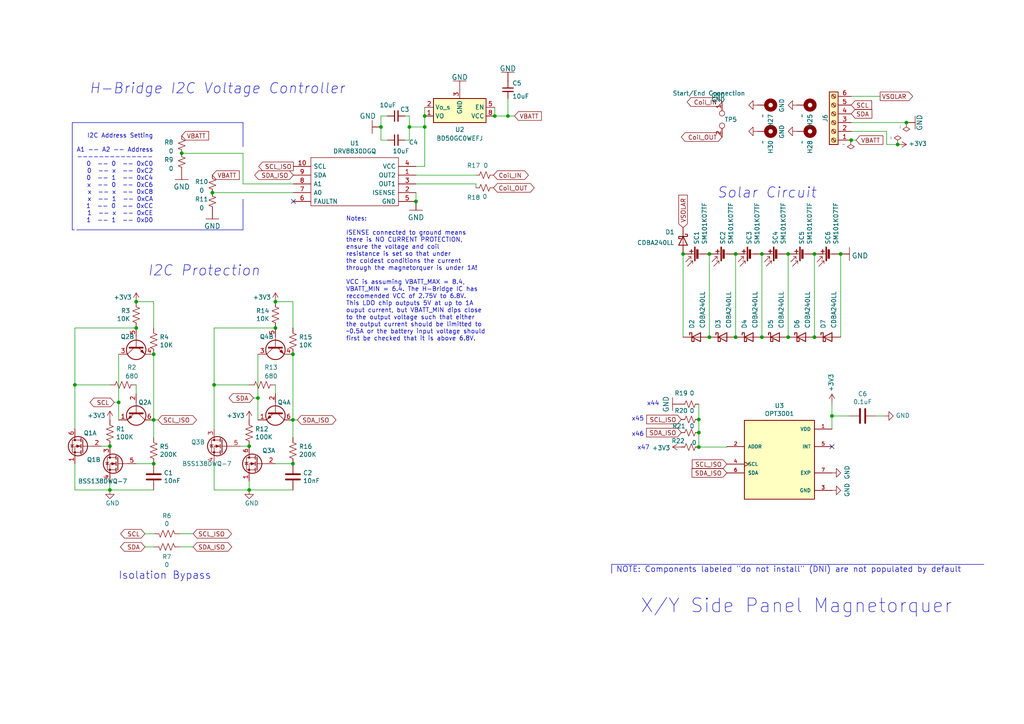
<source format=kicad_sch>
(kicad_sch (version 20230121) (generator eeschema)
  (paper "A4")
  (lib_symbols
    (symbol "Connector:Screw_Terminal_01x06" (pin_names (offset 1.016) hide)
      (property "Reference" "J" (at 0 7.62 0))
      (property "Value" "Screw_Terminal_01x06" (at 0 -10.16 0))
      (symbol "Screw_Terminal_01x06_1_1"
        (rectangle (start -1.27 6.35) (end 1.27 -8.89) (stroke (width 0.254)) (fill (type background)))
        (circle (center 0 -7.62) (radius 0.635) (stroke (width 0.1524)))
        (circle (center 0 -5.08) (radius 0.635) (stroke (width 0.1524)))
        (circle (center 0 -2.54) (radius 0.635) (stroke (width 0.1524)))
        (polyline (pts (xy -0.5334 -7.2898) (xy 0.3302 -8.128)) (stroke (width 0.1524)))
        (polyline (pts (xy -0.5334 -4.7498) (xy 0.3302 -5.588)) (stroke (width 0.1524)))
        (polyline (pts (xy -0.5334 -2.2098) (xy 0.3302 -3.048)) (stroke (width 0.1524)))
        (polyline (pts (xy -0.5334 0.3302) (xy 0.3302 -0.508)) (stroke (width 0.1524)))
        (polyline (pts (xy -0.5334 2.8702) (xy 0.3302 2.032)) (stroke (width 0.1524)))
        (polyline (pts (xy -0.5334 5.4102) (xy 0.3302 4.572)) (stroke (width 0.1524)))
        (polyline (pts (xy -0.3556 -7.112) (xy 0.508 -7.9502)) (stroke (width 0.1524)))
        (polyline (pts (xy -0.3556 -4.572) (xy 0.508 -5.4102)) (stroke (width 0.1524)))
        (polyline (pts (xy -0.3556 -2.032) (xy 0.508 -2.8702)) (stroke (width 0.1524)))
        (polyline (pts (xy -0.3556 0.508) (xy 0.508 -0.3302)) (stroke (width 0.1524)))
        (polyline (pts (xy -0.3556 3.048) (xy 0.508 2.2098)) (stroke (width 0.1524)))
        (polyline (pts (xy -0.3556 5.588) (xy 0.508 4.7498)) (stroke (width 0.1524)))
        (circle (center 0 0) (radius 0.635) (stroke (width 0.1524)))
        (circle (center 0 2.54) (radius 0.635) (stroke (width 0.1524)))
        (circle (center 0 5.08) (radius 0.635) (stroke (width 0.1524)))
        (pin passive line (at -5.08 5.08 0) (length 3.81) (name "Pin_1") (number "1"))
        (pin passive line (at -5.08 2.54 0) (length 3.81) (name "Pin_2") (number "2"))
        (pin passive line (at -5.08 0 0) (length 3.81) (name "Pin_3") (number "3"))
        (pin passive line (at -5.08 -2.54 0) (length 3.81) (name "Pin_4") (number "4"))
        (pin passive line (at -5.08 -5.08 0) (length 3.81) (name "Pin_5") (number "5"))
        (pin passive line (at -5.08 -7.62 0) (length 3.81) (name "Pin_6") (number "6"))
      )
    )
    (symbol "Device:C" (pin_numbers hide) (pin_names (offset 0.254))
      (property "Reference" "C" (at 0.635 2.54 0))
      (property "Value" "C" (at 0.635 -2.54 0))
      (symbol "C_0_1"
        (polyline (pts (xy -2.032 -0.762) (xy 2.032 -0.762)) (stroke (width 0.508)))
        (polyline (pts (xy -2.032 0.762) (xy 2.032 0.762)) (stroke (width 0.508)))
      )
      (symbol "C_1_1"
        (pin passive line (at 0 3.81 270) (length 2.794) (name "~") (number "1"))
        (pin passive line (at 0 -3.81 90) (length 2.794) (name "~") (number "2"))
      )
    )
    (symbol "Device:C_Small" (pin_numbers hide) (pin_names (offset 0.254) hide)
      (property "Reference" "C" (at 0.254 1.778 0))
      (property "Value" "C_Small" (at 0.254 -2.032 0))
      (symbol "C_Small_0_1"
        (polyline (pts (xy -1.524 -0.508) (xy 1.524 -0.508)) (stroke (width 0.3302)))
        (polyline (pts (xy -1.524 0.508) (xy 1.524 0.508)) (stroke (width 0.3048)))
      )
      (symbol "C_Small_1_1"
        (pin passive line (at 0 2.54 270) (length 2.032) (name "~") (number "1"))
        (pin passive line (at 0 -2.54 90) (length 2.032) (name "~") (number "2"))
      )
    )
    (symbol "Device:R_Small_US" (pin_numbers hide) (pin_names (offset 0.254) hide)
      (property "Reference" "R" (at 0.762 0.508 0))
      (property "Value" "R_Small_US" (at 0.762 -1.016 0))
      (symbol "R_Small_US_1_1"
        (polyline (pts (xy 0 0) (xy 1.016 -0.381) (xy 0 -0.762) (xy -1.016 -1.143) (xy 0 -1.524)))
        (polyline (pts (xy 0 1.524) (xy 1.016 1.143) (xy 0 0.762) (xy -1.016 0.381) (xy 0 0)))
        (pin passive line (at 0 2.54 270) (length 1.016) (name "~") (number "1"))
        (pin passive line (at 0 -2.54 90) (length 1.016) (name "~") (number "2"))
      )
    )
    (symbol "Device:R_US" (pin_numbers hide) (pin_names (offset 0))
      (property "Reference" "R" (at 2.54 0 90))
      (property "Value" "R_US" (at -2.54 0 90))
      (symbol "R_US_0_1"
        (polyline (pts (xy 0 -2.286) (xy 0 -2.54)))
        (polyline (pts (xy 0 2.286) (xy 0 2.54)))
        (polyline (pts (xy 0 -0.762) (xy 1.016 -1.143) (xy 0 -1.524) (xy -1.016 -1.905) (xy 0 -2.286)))
        (polyline (pts (xy 0 0.762) (xy 1.016 0.381) (xy 0 0) (xy -1.016 -0.381) (xy 0 -0.762)))
        (polyline (pts (xy 0 2.286) (xy 1.016 1.905) (xy 0 1.524) (xy -1.016 1.143) (xy 0 0.762)))
      )
      (symbol "R_US_1_1"
        (pin passive line (at 0 3.81 270) (length 1.27) (name "~") (number "1"))
        (pin passive line (at 0 -3.81 90) (length 1.27) (name "~") (number "2"))
      )
    )
    (symbol "Mechanical:MountingHole_Pad" (pin_numbers hide) (pin_names (offset 1.016) hide)
      (property "Reference" "H" (at 0 6.35 0))
      (property "Value" "MountingHole_Pad" (at 0 4.445 0))
      (symbol "MountingHole_Pad_0_1"
        (circle (center 0 1.27) (radius 1.27) (stroke (width 1.27)))
      )
      (symbol "MountingHole_Pad_1_1"
        (pin input line (at 0 -2.54 90) (length 2.54) (name "1") (number "1"))
      )
    )
    (symbol "Regulator_Linear:BD60GA5WEFJ"
      (property "Reference" "U" (at 0 6.35 0))
      (property "Value" "BD60GA5WEFJ" (at 0 3.81 0))
      (symbol "BD60GA5WEFJ_1_1"
        (rectangle (start -7.62 -5.08) (end 7.62 1.905) (stroke (width 0.254)) (fill (type background)))
        (pin power_out line (at 10.16 0 180) (length 2.54) (name "VO") (number "1"))
        (pin input line (at 10.16 -2.54 180) (length 2.54) (name "Vo_s") (number "2"))
        (pin power_in line (at 0 -7.62 90) (length 2.54) (name "GND") (number "3"))
        (pin passive line (at 0 -7.62 90) (length 2.54) hide (name "GND") (number "4"))
        (pin input line (at -10.16 -2.54 0) (length 2.54) (name "EN") (number "5"))
        (pin passive line (at 0 -7.62 90) (length 2.54) hide (name "GND") (number "6"))
        (pin passive line (at 0 -7.62 90) (length 2.54) hide (name "GND") (number "7"))
        (pin power_in line (at -10.16 0 0) (length 2.54) (name "VCC") (number "8"))
        (pin passive line (at 0 -7.62 90) (length 2.54) hide (name "GND") (number "9"))
      )
    )
    (symbol "Transistor_BJT:MBT2222ADW1T1" (pin_names (offset 0) hide)
      (property "Reference" "Q" (at 5.08 1.27 0))
      (property "Value" "MBT2222ADW1T1" (at 5.08 -1.27 0))
      (symbol "MBT2222ADW1T1_0_1"
        (polyline (pts (xy 0.635 0) (xy -2.54 0)))
        (polyline (pts (xy 0.635 0.635) (xy 2.54 2.54)))
        (polyline (pts (xy 0.635 -0.635) (xy 2.54 -2.54) (xy 2.54 -2.54)))
        (polyline (pts (xy 0.635 1.905) (xy 0.635 -1.905) (xy 0.635 -1.905)) (stroke (width 0.508)))
        (polyline (pts (xy 1.27 -1.778) (xy 1.778 -1.27) (xy 2.286 -2.286) (xy 1.27 -1.778) (xy 1.27 -1.778)) (fill (type outline)))
        (circle (center 1.27 0) (radius 2.8194) (stroke (width 0.254)))
      )
      (symbol "MBT2222ADW1T1_1_1"
        (pin passive line (at 2.54 -5.08 90) (length 2.54) (name "E1") (number "1"))
        (pin input line (at -5.08 0 0) (length 2.54) (name "B1") (number "2"))
        (pin passive line (at 2.54 5.08 270) (length 2.54) (name "C1") (number "6"))
      )
      (symbol "MBT2222ADW1T1_2_1"
        (pin passive line (at 2.54 5.08 270) (length 2.54) (name "C2") (number "3"))
        (pin passive line (at 2.54 -5.08 90) (length 2.54) (name "E2") (number "4"))
        (pin input line (at -5.08 0 0) (length 2.54) (name "B2") (number "5"))
      )
    )
    (symbol "mainboard:GND" (power) (pin_names (offset 1.016))
      (property "Value" "GND" (at -2.54 -2.54 0))
      (symbol "GND_1_0"
        (polyline (pts (xy -1.905 0) (xy 1.905 0)))
        (pin power_in line (at 0 2.54 270) (length 2.54) (name "GND") (number "1"))
      )
    )
    (symbol "power:+3.3V" (power) (pin_names (offset 0))
      (property "Value" "+3.3V" (at 0 3.556 0))
      (symbol "+3.3V_0_1"
        (polyline (pts (xy -0.762 1.27) (xy 0 2.54)))
        (polyline (pts (xy 0 0) (xy 0 2.54)))
        (polyline (pts (xy 0 2.54) (xy 0.762 1.27)))
      )
      (symbol "+3.3V_1_1"
        (pin power_in line (at 0 0 90) (length 0) hide (name "+3V3") (number "1"))
      )
    )
    (symbol "power:GND" (power) (pin_names (offset 0))
      (property "Value" "GND" (at 0 -3.81 0))
      (symbol "GND_0_1"
        (polyline (pts (xy 0 0) (xy 0 -1.27) (xy 1.27 -1.27) (xy 0 -2.54) (xy -1.27 -1.27) (xy 0 -1.27)))
      )
      (symbol "GND_1_1"
        (pin power_in line (at 0 0 270) (length 0) hide (name "GND") (number "1"))
      )
    )
    (symbol "power:PWR_FLAG" (power) (pin_numbers hide) (pin_names (offset 0) hide)
      (property "Value" "PWR_FLAG" (at 0 3.81 0))
      (symbol "PWR_FLAG_0_0"
        (pin power_out line (at 0 0 90) (length 0) (name "pwr") (number "1"))
      )
      (symbol "PWR_FLAG_0_1"
        (polyline (pts (xy 0 0) (xy 0 1.27) (xy -1.016 1.905) (xy 0 2.54) (xy 1.016 1.905) (xy 0 1.27)))
      )
    )
    (symbol "sidepanels:BSS138DWQ-7" (pin_names (offset 0.762) hide)
      (property "Reference" "Q" (at -2.54 5.08 0))
      (property "Value" "BSS138DWQ-7" (at 3.81 6.35 0))
      (symbol "BSS138DWQ-7_1_1"
        (polyline (pts (xy -1.016 0) (xy -3.81 0)))
        (polyline (pts (xy -1.016 1.905) (xy -1.016 -1.905)) (stroke (width 0.254)))
        (polyline (pts (xy -0.508 -1.27) (xy -0.508 -2.286)) (stroke (width 0.254)))
        (polyline (pts (xy -0.508 0.508) (xy -0.508 -0.508)) (stroke (width 0.254)))
        (polyline (pts (xy -0.508 2.286) (xy -0.508 1.27)) (stroke (width 0.254)))
        (polyline (pts (xy 1.27 2.54) (xy 1.27 1.778)))
        (polyline (pts (xy 1.27 -2.54) (xy 1.27 0) (xy -0.508 0)))
        (polyline (pts (xy -0.508 -1.778) (xy 2.032 -1.778) (xy 2.032 1.778) (xy -0.508 1.778)))
        (polyline (pts (xy -0.254 0) (xy 0.762 0.381) (xy 0.762 -0.381) (xy -0.254 0)) (fill (type outline)))
        (polyline (pts (xy 1.524 0.508) (xy 1.651 0.381) (xy 2.413 0.381) (xy 2.54 0.254)))
        (polyline (pts (xy 2.032 0.381) (xy 1.651 -0.254) (xy 2.413 -0.254) (xy 2.032 0.381)))
        (circle (center 0.381 0) (radius 2.794) (stroke (width 0.254)))
        (circle (center 1.27 -1.778) (radius 0.254) (fill (type outline)))
        (circle (center 1.27 1.778) (radius 0.254) (fill (type outline)))
        (pin passive line (at 1.27 -5.08 90) (length 2.54) (name "S2") (number "1"))
        (pin input line (at -6.35 0 0) (length 2.54) (name "G2") (number "2"))
        (pin passive line (at 1.27 5.08 270) (length 2.54) (name "D1") (number "6"))
      )
      (symbol "BSS138DWQ-7_2_1"
        (polyline (pts (xy -1.016 0) (xy -3.81 0)))
        (polyline (pts (xy -1.016 1.905) (xy -1.016 -1.905)) (stroke (width 0.254)))
        (polyline (pts (xy -0.508 -1.27) (xy -0.508 -2.286)) (stroke (width 0.254)))
        (polyline (pts (xy -0.508 0.508) (xy -0.508 -0.508)) (stroke (width 0.254)))
        (polyline (pts (xy -0.508 2.286) (xy -0.508 1.27)) (stroke (width 0.254)))
        (polyline (pts (xy 1.27 2.54) (xy 1.27 1.778)))
        (polyline (pts (xy 1.27 -2.54) (xy 1.27 0) (xy -0.508 0)))
        (polyline (pts (xy -0.508 -1.778) (xy 2.032 -1.778) (xy 2.032 1.778) (xy -0.508 1.778)))
        (polyline (pts (xy -0.254 0) (xy 0.762 0.381) (xy 0.762 -0.381) (xy -0.254 0)) (fill (type outline)))
        (polyline (pts (xy 1.524 0.508) (xy 1.651 0.381) (xy 2.413 0.381) (xy 2.54 0.254)))
        (polyline (pts (xy 2.032 0.381) (xy 1.651 -0.254) (xy 2.413 -0.254) (xy 2.032 0.381)))
        (circle (center 0.381 0) (radius 2.794) (stroke (width 0.254)))
        (circle (center 1.27 -1.778) (radius 0.254) (fill (type outline)))
        (circle (center 1.27 1.778) (radius 0.254) (fill (type outline)))
        (pin passive line (at 1.27 5.08 270) (length 2.54) (name "D2") (number "3"))
        (pin passive line (at 1.27 -5.08 90) (length 2.54) (name "S1") (number "4"))
        (pin input line (at -6.35 0 0) (length 2.54) (name "G1") (number "5"))
      )
    )
    (symbol "sidepanels:CDBA240LL-HF" (pin_numbers hide) (pin_names (offset 1.016) hide)
      (property "Reference" "D" (at 0 2.54 0))
      (property "Value" "CDBA240LL-HF" (at 0 -2.54 0))
      (symbol "CDBA240LL-HF_0_1"
        (polyline (pts (xy 1.27 0) (xy -1.27 0)))
        (polyline (pts (xy 1.27 1.27) (xy 1.27 -1.27) (xy -1.27 0) (xy 1.27 1.27)) (stroke (width 0.254)))
        (polyline (pts (xy -1.905 0.635) (xy -1.905 1.27) (xy -1.27 1.27) (xy -1.27 -1.27) (xy -0.635 -1.27) (xy -0.635 -0.635)) (stroke (width 0.254)))
      )
      (symbol "CDBA240LL-HF_1_1"
        (pin passive line (at -3.81 0 0) (length 2.54) (name "K") (number "1"))
        (pin passive line (at 3.81 0 180) (length 2.54) (name "A") (number "2"))
      )
    )
    (symbol "sidepanels:DRV8830DGQR" (pin_names (offset 0.762))
      (property "Reference" "U" (at 0 10.16 0))
      (property "Value" "DRV8830DGQR" (at -7.62 -7.62 0))
      (symbol "DRV8830DGQR_0_0"
        (pin output line (at -17.78 2.54 0) (length 5.08) (name "OUT2") (number "1"))
        (pin input line (at 17.78 5.08 180) (length 5.08) (name "SCL") (number "10"))
        (pin bidirectional line (at -17.78 -2.54 0) (length 5.08) (name "ISENSE") (number "2"))
        (pin output line (at -17.78 0 0) (length 5.08) (name "OUT1") (number "3"))
        (pin power_in line (at -17.78 5.08 0) (length 5.08) (name "VCC") (number "4"))
        (pin power_in line (at -17.78 -5.08 0) (length 5.08) (name "GND") (number "5"))
        (pin open_collector line (at 17.78 -5.08 180) (length 5.08) (name "FAULTN") (number "6"))
        (pin input line (at 17.78 -2.54 180) (length 5.08) (name "A0") (number "7"))
        (pin input line (at 17.78 0 180) (length 5.08) (name "A1") (number "8"))
        (pin bidirectional line (at 17.78 2.54 180) (length 5.08) (name "SDA") (number "9"))
      )
      (symbol "DRV8830DGQR_0_1"
        (rectangle (start -12.7 7.62) (end 12.7 -6.35))
      )
    )
    (symbol "sidepanels:OPT3001DNPT" (pin_names (offset 1.016))
      (property "Reference" "U" (at -10.16 13.97 0))
      (property "Value" "OPT3001DNPT" (at -6.35 -12.7 0))
      (symbol "OPT3001DNPT_0_0"
        (rectangle (start -10.16 -10.16) (end 10.16 12.7) (stroke (width 0.254)) (fill (type background)))
        (pin power_in line (at 15.24 10.16 180) (length 5.08) (name "VDD") (number "1"))
        (pin input line (at -15.24 5.08 0) (length 5.08) (name "ADDR") (number "2"))
        (pin power_in line (at 15.24 -7.62 180) (length 5.08) (name "GND") (number "3"))
        (pin input clock (at -15.24 0 0) (length 5.08) (name "SCL") (number "4"))
        (pin output line (at 15.24 5.08 180) (length 5.08) (name "INT") (number "5"))
        (pin bidirectional line (at -15.24 -2.54 0) (length 5.08) (name "SDA") (number "6"))
        (pin passive line (at 15.24 -2.54 180) (length 5.08) (name "EXP") (number "7"))
      )
    )
    (symbol "sidepanels:SM101K07TF" (pin_numbers hide) (pin_names (offset 0) hide)
      (property "Reference" "SC" (at 2.54 2.54 0))
      (property "Value" "SM101K07TF" (at 2.54 0 0))
      (symbol "SM101K07TF_0_1"
        (rectangle (start -2.032 1.778) (end 2.032 1.524) (fill (type outline)))
        (rectangle (start -1.3208 1.1938) (end 1.27 0.6858) (fill (type outline)))
        (polyline (pts (xy -2.032 2.286) (xy -3.556 3.81)))
        (polyline (pts (xy -0.762 2.794) (xy -2.286 4.318)))
        (polyline (pts (xy 0 0.762) (xy 0 0)))
        (polyline (pts (xy 0 1.778) (xy 0 2.54)))
        (polyline (pts (xy 0.254 2.667) (xy 1.27 2.667)) (stroke (width 0.254)))
        (polyline (pts (xy 0.762 3.175) (xy 0.762 2.159)) (stroke (width 0.254)))
        (polyline (pts (xy -2.032 3.048) (xy -2.032 2.286) (xy -2.794 2.286)))
        (polyline (pts (xy -0.762 3.556) (xy -0.762 2.794) (xy -1.524 2.794)))
      )
      (symbol "SM101K07TF_1_1"
        (pin passive line (at 0 5.08 270) (length 2.54) (name "+") (number "1"))
        (pin passive line (at 0 -2.54 90) (length 2.54) (name "-") (number "2"))
      )
    )
    (symbol "sidepanels:TestPointConnection" (pin_names (offset 0.762) hide)
      (property "Reference" "TP" (at 0 1.524 0))
      (property "Value" "TestPointConnection" (at 0 -1.778 0))
      (symbol "TestPointConnection_0_1"
        (circle (center -1.778 0) (radius 0.762))
        (circle (center 1.778 0) (radius 0.762))
        (pin passive line (at -5.08 0 0) (length 2.54) (name "1") (number "1"))
        (pin passive line (at 5.08 0 180) (length 2.54) (name "2") (number "2"))
      )
    )
  )
  (junction (at 84.963 121.793))
  (junction (at 241.3 120.65))
  (junction (at 123.19 36.83))
  (junction (at 74.803 115.443))
  (junction (at 84.963 102.743))
  (junction (at 84.963 134.493))
  (junction (at 202.692 129.667))
  (junction (at 243.84 73.66))
  (junction (at 236.22 73.66))
  (junction (at 79.883 95.123))
  (junction (at 202.692 121.666))
  (junction (at 39.497 95.123))
  (junction (at 213.36 97.79))
  (junction (at 31.877 129.413))
  (junction (at 118.745 36.83))
  (junction (at 120.65 58.42))
  (junction (at 44.577 121.793))
  (junction (at 123.19 33.655))
  (junction (at 110.49 36.83))
  (junction (at 147.32 33.655))
  (junction (at 213.36 73.66))
  (junction (at 228.6 73.66))
  (junction (at 246.888 40.64))
  (junction (at 143.51 33.655))
  (junction (at 205.74 97.79))
  (junction (at 198.12 73.66))
  (junction (at 39.497 87.503))
  (junction (at 61.595 55.88))
  (junction (at 262.89 35.56))
  (junction (at 44.577 134.493))
  (junction (at 21.717 111.633))
  (junction (at 202.692 125.476))
  (junction (at 228.6 97.79))
  (junction (at 260.35 41.91))
  (junction (at 62.103 111.633))
  (junction (at 72.263 129.413))
  (junction (at 79.883 87.503))
  (junction (at 220.98 97.79))
  (junction (at 205.74 73.66))
  (junction (at 31.877 142.113))
  (junction (at 236.22 97.79))
  (junction (at 44.577 102.743))
  (junction (at 220.98 73.66))
  (junction (at 34.417 116.713))
  (junction (at 52.705 44.45))
  (junction (at 72.263 142.113))
  (no_connect (at 241.3 129.54))
  (no_connect (at 85.09 58.42))
  (wire (pts (xy 205.74 97.79) (xy 205.74 73.66)))
  (wire (pts (xy 147.32 28.575) (xy 147.32 33.655)))
  (wire (pts (xy 118.745 36.83) (xy 118.745 33.655)))
  (wire (pts (xy 85.09 53.34) (xy 70.485 53.34)))
  (wire (pts (xy 31.877 142.113) (xy 44.577 142.113)))
  (wire (pts (xy 123.19 33.655) (xy 123.19 36.83)))
  (wire (pts (xy 118.745 40.64) (xy 117.475 40.64)))
  (wire (pts (xy 86.233 121.793) (xy 84.963 121.793)))
  (wire (pts (xy 147.32 33.655) (xy 149.225 33.655)))
  (wire (pts (xy 202.692 117.221) (xy 202.692 121.666)))
  (wire (pts (xy 31.877 129.413) (xy 29.337 129.413)))
  (wire (pts (xy 118.745 33.655) (xy 117.475 33.655)))
  (wire (pts (xy 44.577 102.743) (xy 44.577 121.793)))
  (wire (pts (xy 123.19 36.83) (xy 123.19 48.26)))
  (wire (pts (xy 257.175 38.1) (xy 246.888 38.1)))
  (wire (pts (xy 120.65 50.8) (xy 138.049 50.8)))
  (wire (pts (xy 34.417 116.713) (xy 34.417 121.793)))
  (wire (pts (xy 74.803 115.443) (xy 74.803 121.793)))
  (wire (pts (xy 262.89 35.56) (xy 246.888 35.56)))
  (polyline (pts (xy 20.955 35.56) (xy 20.955 66.675)))
  (wire (pts (xy 62.103 134.493) (xy 62.103 142.113)))
  (wire (pts (xy 70.485 44.45) (xy 52.705 44.45)))
  (wire (pts (xy 202.692 125.476) (xy 202.692 129.667)))
  (wire (pts (xy 254 120.65) (xy 256.54 120.65)))
  (wire (pts (xy 39.497 114.173) (xy 39.497 111.633)))
  (wire (pts (xy 31.877 142.113) (xy 31.877 139.573)))
  (wire (pts (xy 110.49 36.83) (xy 110.49 40.64)))
  (wire (pts (xy 123.19 31.115) (xy 123.19 33.655)))
  (wire (pts (xy 84.963 87.503) (xy 79.883 87.503)))
  (wire (pts (xy 241.3 120.65) (xy 241.3 116.84)))
  (wire (pts (xy 56.007 154.813) (xy 52.197 154.813)))
  (wire (pts (xy 39.497 134.493) (xy 44.577 134.493)))
  (wire (pts (xy 62.103 142.113) (xy 72.263 142.113)))
  (polyline (pts (xy 70.485 57.785) (xy 70.485 66.675)))
  (wire (pts (xy 120.65 53.34) (xy 138.049 53.34)))
  (wire (pts (xy 44.577 126.873) (xy 44.577 121.793)))
  (wire (pts (xy 120.65 48.26) (xy 123.19 48.26)))
  (wire (pts (xy 138.049 53.34) (xy 138.049 54.483)))
  (wire (pts (xy 62.103 111.633) (xy 62.103 95.123)))
  (wire (pts (xy 73.533 115.443) (xy 74.803 115.443)))
  (wire (pts (xy 84.963 142.113) (xy 72.263 142.113)))
  (wire (pts (xy 236.22 97.79) (xy 236.22 73.66)))
  (wire (pts (xy 45.847 121.793) (xy 44.577 121.793)))
  (wire (pts (xy 248.285 40.64) (xy 246.888 40.64)))
  (wire (pts (xy 241.3 124.46) (xy 241.3 120.65)))
  (polyline (pts (xy 20.955 66.675) (xy 21.59 66.675)))
  (wire (pts (xy 74.803 102.743) (xy 74.803 115.443)))
  (wire (pts (xy 84.963 126.873) (xy 84.963 121.793)))
  (wire (pts (xy 44.577 87.503) (xy 39.497 87.503)))
  (wire (pts (xy 62.103 124.333) (xy 62.103 111.633)))
  (wire (pts (xy 33.147 116.713) (xy 34.417 116.713)))
  (wire (pts (xy 143.51 33.655) (xy 147.32 33.655)))
  (wire (pts (xy 21.717 124.333) (xy 21.717 111.633)))
  (wire (pts (xy 228.6 97.79) (xy 228.6 73.66)))
  (wire (pts (xy 112.395 33.655) (xy 110.49 33.655)))
  (polyline (pts (xy 177.419 163.703) (xy 285.369 163.703)))
  (wire (pts (xy 21.717 95.123) (xy 39.497 95.123)))
  (polyline (pts (xy 22.225 66.675) (xy 70.485 66.675)))
  (wire (pts (xy 198.12 97.79) (xy 198.12 73.66)))
  (wire (pts (xy 213.36 97.79) (xy 213.36 73.66)))
  (wire (pts (xy 44.577 154.813) (xy 42.037 154.813)))
  (wire (pts (xy 260.35 41.91) (xy 257.175 41.91)))
  (wire (pts (xy 56.007 158.623) (xy 52.197 158.623)))
  (wire (pts (xy 220.98 97.79) (xy 220.98 73.66)))
  (wire (pts (xy 62.103 95.123) (xy 79.883 95.123)))
  (wire (pts (xy 72.263 129.413) (xy 69.723 129.413)))
  (wire (pts (xy 118.745 36.83) (xy 118.745 40.64)))
  (wire (pts (xy 84.963 102.743) (xy 84.963 121.793)))
  (wire (pts (xy 210.82 129.667) (xy 210.82 129.54)))
  (wire (pts (xy 61.595 55.88) (xy 85.09 55.88)))
  (wire (pts (xy 70.485 53.34) (xy 70.485 44.45)))
  (wire (pts (xy 34.417 102.743) (xy 34.417 116.713)))
  (wire (pts (xy 21.717 134.493) (xy 21.717 142.113)))
  (wire (pts (xy 143.51 31.115) (xy 143.51 33.655)))
  (wire (pts (xy 257.175 41.91) (xy 257.175 38.1)))
  (wire (pts (xy 72.263 111.633) (xy 62.103 111.633)))
  (wire (pts (xy 112.395 40.64) (xy 110.49 40.64)))
  (wire (pts (xy 246.888 27.94) (xy 255.27 27.94)))
  (wire (pts (xy 110.49 33.655) (xy 110.49 36.83)))
  (polyline (pts (xy 177.419 166.243) (xy 177.419 163.703)))
  (wire (pts (xy 243.84 97.79) (xy 243.84 73.66)))
  (wire (pts (xy 120.65 55.88) (xy 120.65 58.42)))
  (wire (pts (xy 31.877 111.633) (xy 21.717 111.633)))
  (wire (pts (xy 72.263 142.113) (xy 72.263 139.573)))
  (polyline (pts (xy 70.485 35.56) (xy 20.955 35.56)))
  (wire (pts (xy 79.883 134.493) (xy 84.963 134.493)))
  (wire (pts (xy 202.692 129.667) (xy 210.82 129.667)))
  (wire (pts (xy 21.717 142.113) (xy 31.877 142.113)))
  (wire (pts (xy 202.692 121.666) (xy 202.692 125.476)))
  (wire (pts (xy 84.963 95.123) (xy 84.963 87.503)))
  (wire (pts (xy 44.577 158.623) (xy 42.037 158.623)))
  (wire (pts (xy 246.38 120.65) (xy 241.3 120.65)))
  (polyline (pts (xy 70.485 42.545) (xy 70.485 35.56)))
  (wire (pts (xy 44.577 95.123) (xy 44.577 87.503)))
  (wire (pts (xy 118.745 36.83) (xy 123.19 36.83)))
  (wire (pts (xy 21.717 95.123) (xy 21.717 111.633)))
  (wire (pts (xy 246.888 40.64) (xy 246.761 40.64)))
  (wire (pts (xy 79.883 114.173) (xy 79.883 111.633)))
  (text "x47\n" (at 188.468 130.683 0) (effects (font (size 1.27 1.27)) (justify right bottom)))
  (text "I2C Protection" (at 75.565 80.391 0) (effects (font (size 3 3) italic) (justify right bottom)))
  (text "H-Bridge I2C Voltage Controller" (at 100.203 27.559 0) (effects (font (size 3 3) italic) (justify right bottom)))
  (text "Isolation Bypass" (at 61.341 168.275 0) (effects (font (size 2.159 2.159)) (justify right bottom)))
  (text "x44" (at 191.262 117.856 0) (effects (font (size 1.27 1.27)) (justify right bottom)))
  (text "Notes: \n\nISENSE connected to ground means\nthere is NO CURRENT PROTECTION, \nensure the voltage and coil\nresistance is set so that under\nthe coldest conditions the current\nthrough the magnetorquer is under 1A!\n\nVCC is assuming VBATT_MAX = 8.4, \nVBATT_MIN = 6.4. The H-Bridge IC has\nreccomended VCC of 2.75V to 6.8V. \nThis LDO chip outputs 5V at up to 1A\nouput current, but VBATT_MIN dips close\nto the output voltage such that either \nthe output current should be limitted to\n~0.5A or the battery input voltage should\nfirst be checked that it is above 6.8V." (at 100.33 99.06 0) (effects (font (size 1.27 1.27)) (justify left bottom)))
  (text "X/Y Side Panel Magnetorquer" (at 185.674 178.181 0) (effects (font (size 4 4)) (justify left bottom)))
  (text "x46\n" (at 186.817 126.746 0) (effects (font (size 1.27 1.27)) (justify right bottom)))
  (text "NOTE: Components labeled \"do not install\" (DNI) are not populated by default" (at 178.689 166.243 0) (effects (font (size 1.651 1.651)) (justify left bottom)))
  (text "x45" (at 186.817 122.301 0) (effects (font (size 1.27 1.27)) (justify right bottom)))
  (text "I2C Address Setting\n\nA1 -- A2 -- Address\n--------------\n0  -- 0  -- 0xC0\n0  -- x  -- 0xC2\n0  -- 1  -- 0xC4\nx  -- 0  -- 0xC6\nx  -- x  -- 0xC8\nx  -- 1  -- 0xCA\n1  -- 0  -- 0xCC\n1  -- x  -- 0xCE\n1  -- 1  -- 0xD0" (at 44.45 64.77 0) (effects (font (size 1.27 1.27)) (justify right bottom)))
  (text "Solar Circuit" (at 236.855 57.785 0) (effects (font (size 3 3) italic) (justify right bottom)))
  (global_label "VSOLAR" (shape output) (at 255.27 27.94 0) (property "Intersheetrefs" "${INTERSHEET_REFS}" (effects hide)))
  (global_label "Coil_IN" (shape bidirectional) (at 209.423 29.591 180) (property "Intersheetrefs" "${INTERSHEET_REFS}" (effects hide)))
  (global_label "VSOLAR" (shape input) (at 198.12 66.04 90) (property "Intersheetrefs" "${INTERSHEET_REFS}" (effects hide)))
  (global_label "SCL" (shape input) (at 246.888 30.48 0) (property "Intersheetrefs" "${INTERSHEET_REFS}" (effects hide)))
  (global_label "Coil_OUT" (shape bidirectional) (at 143.129 54.483 0) (property "Intersheetrefs" "${INTERSHEET_REFS}" (effects hide)))
  (global_label "SDA_ISO" (shape bidirectional) (at 56.007 158.623 0) (property "Intersheetrefs" "${INTERSHEET_REFS}" (effects hide)))
  (global_label "VBATT" (shape input) (at 61.595 50.8 0) (property "Intersheetrefs" "${INTERSHEET_REFS}" (effects hide)))
  (global_label "VBATT" (shape input) (at 52.705 39.37 0) (property "Intersheetrefs" "${INTERSHEET_REFS}" (effects hide)))
  (global_label "SCL_ISO" (shape output) (at 85.09 48.26 180) (property "Intersheetrefs" "${INTERSHEET_REFS}" (effects hide)))
  (global_label "SDA" (shape bidirectional) (at 42.037 158.623 180) (property "Intersheetrefs" "${INTERSHEET_REFS}" (effects hide)))
  (global_label "SDA_ISO" (shape bidirectional) (at 86.233 121.793 0) (property "Intersheetrefs" "${INTERSHEET_REFS}" (effects hide)))
  (global_label "SDA_ISO" (shape bidirectional) (at 85.09 50.8 180) (property "Intersheetrefs" "${INTERSHEET_REFS}" (effects hide)))
  (global_label "SDA" (shape input) (at 246.888 33.02 0) (property "Intersheetrefs" "${INTERSHEET_REFS}" (effects hide)))
  (global_label "SDA_ISO" (shape input) (at 197.612 125.476 180) (property "Intersheetrefs" "${INTERSHEET_REFS}" (effects hide)))
  (global_label "SDA" (shape bidirectional) (at 73.533 115.443 180) (property "Intersheetrefs" "${INTERSHEET_REFS}" (effects hide)))
  (global_label "VBATT" (shape input) (at 149.225 33.655 0) (property "Intersheetrefs" "${INTERSHEET_REFS}" (effects hide)))
  (global_label "SCL_ISO" (shape bidirectional) (at 45.847 121.793 0) (property "Intersheetrefs" "${INTERSHEET_REFS}" (effects hide)))
  (global_label "SCL" (shape bidirectional) (at 42.037 154.813 180) (property "Intersheetrefs" "${INTERSHEET_REFS}" (effects hide)))
  (global_label "Coil_OUT" (shape bidirectional) (at 209.423 39.751 180) (property "Intersheetrefs" "${INTERSHEET_REFS}" (effects hide)))
  (global_label "SCL" (shape bidirectional) (at 33.147 116.713 180) (property "Intersheetrefs" "${INTERSHEET_REFS}" (effects hide)))
  (global_label "SCL_ISO" (shape input) (at 210.82 134.62 180) (property "Intersheetrefs" "${INTERSHEET_REFS}" (effects hide)))
  (global_label "VBATT" (shape input) (at 248.285 40.64 0) (property "Intersheetrefs" "${INTERSHEET_REFS}" (effects hide)))
  (global_label "SDA_ISO" (shape input) (at 210.82 137.16 180) (property "Intersheetrefs" "${INTERSHEET_REFS}" (effects hide)))
  (global_label "SCL_ISO" (shape input) (at 197.612 121.666 180) (property "Intersheetrefs" "${INTERSHEET_REFS}" (effects hide)))
  (global_label "Coil_IN" (shape bidirectional) (at 143.129 50.8 0) (property "Intersheetrefs" "${INTERSHEET_REFS}" (effects hide)))
  (global_label "SCL_ISO" (shape bidirectional) (at 56.007 154.813 0) (property "Intersheetrefs" "${INTERSHEET_REFS}" (effects hide)))
  (symbol (lib_id "sidepanels:CDBA240LL-HF") (at 201.93 97.79 0) (unit 1)
    (property "Reference" "D2" (at 200.66 93.98 90))
    (property "Value" "CDBA240LL" (at 204.47 84.455 90) (effects (justify right bottom)))
    (property "Footprint" "panels:DO-214AC" (effects hide))
  )
  (symbol (lib_id "sidepanels:OPT3001DNPT") (at 226.06 134.62 0) (unit 1)
    (property "Reference" "U3" (at 226.06 117.6782 0))
    (property "Value" "OPT3001" (at 226.06 119.9896 0))
    (property "Footprint" "panels:OPT3001" (effects hide))
    (property "STANDARD" "IPC 7351B" (effects hide))
  )
  (symbol (lib_id "Device:C") (at 250.19 120.65 90) (unit 1)
    (property "Reference" "C6" (at 250.19 114.2492 90))
    (property "Value" "0.1uF" (at 250.19 116.5606 90))
    (property "Footprint" "Capacitor_SMD:C_0603_1608Metric" (effects hide))
  )
  (symbol (lib_id "power:GND") (at 241.3 137.16 90) (unit 1)
    (property "Reference" "#PWR011" (effects hide))
    (property "Value" "~" (at 245.6942 137.033 0))
  )
  (symbol (lib_id "sidepanels:SM101K07TF") (at 203.2 73.66 90) (unit 1)
    (property "Reference" "SC1" (at 202.0316 70.9168 0) (effects (justify left)))
    (property "Value" "SM101K07TF" (at 204.343 70.9168 0) (effects (justify left)))
    (property "Footprint" "panels:SM101K07TF" (effects hide))
  )
  (symbol (lib_id "power:GND") (at 256.54 120.65 90) (unit 1)
    (property "Reference" "#PWR016" (effects hide))
    (property "Value" "~" (at 259.7912 120.523 90) (effects (justify right)))
  )
  (symbol (lib_id "power:GND") (at 241.3 142.24 90) (unit 1)
    (property "Reference" "#PWR012" (effects hide))
    (property "Value" "~" (at 245.6942 142.113 0))
  )
  (symbol (lib_id "Device:R_Small_US") (at 200.152 117.221 90) (unit 1)
    (property "Reference" "R19" (at 199.517 114.046 90) (effects (justify left)))
    (property "Value" "0" (at 201.422 114.046 90) (effects (justify left)))
    (property "Footprint" "Resistor_SMD:R_0603_1608Metric" (effects hide))
  )
  (symbol (lib_id "Device:C") (at 84.963 138.303 0) (unit 1)
    (property "Reference" "C2" (at 87.884 137.16 0) (effects (justify left)))
    (property "Value" "10nF" (at 87.884 139.446 0) (effects (justify left)))
    (property "Footprint" "Capacitor_SMD:C_0603_1608Metric" (effects hide))
  )
  (symbol (lib_id "power:+3.3V") (at 241.3 116.84 0) (unit 1)
    (property "Reference" "#PWR010" (effects hide))
    (property "Value" "+3.3V" (at 241.046 110.998 90))
  )
  (symbol (lib_id "Device:R_Small_US") (at 200.152 125.476 90) (unit 1)
    (property "Reference" "R21" (at 198.882 123.571 90) (effects (justify left)))
    (property "Value" "0" (at 201.422 123.571 90) (effects (justify left)))
    (property "Footprint" "Resistor_SMD:R_0603_1608Metric" (effects hide))
  )
  (symbol (lib_id "Device:R_US") (at 84.963 130.683 180) (unit 1)
    (property "Reference" "R16" (at 86.6902 129.5146 0) (effects (justify right)))
    (property "Value" "200K" (at 86.6902 131.826 0) (effects (justify right)))
    (property "Footprint" "Resistor_SMD:R_0603_1608Metric" (effects hide))
  )
  (symbol (lib_id "Device:C_Small") (at 114.935 33.655 90) (unit 1)
    (property "Reference" "C3" (at 118.745 31.75 90) (effects (justify left)))
    (property "Value" "10uF" (at 114.935 30.48 90) (effects (justify left)))
    (property "Footprint" "Capacitor_SMD:C_1206_3216Metric" (effects hide))
    (property "Datasheet" "https://media.digikey.com/pdf/Data%20Sheets/Samsung%20PDFs/CL31B106KAHNFNE_Spec.pdf" (effects hide))
  )
  (symbol (lib_id "Device:R_Small_US") (at 200.152 121.666 90) (unit 1)
    (property "Reference" "R20" (at 199.517 119.126 90) (effects (justify left)))
    (property "Value" "0" (at 201.422 119.126 90) (effects (justify left)))
    (property "Footprint" "Resistor_SMD:R_0603_1608Metric" (effects hide))
  )
  (symbol (lib_id "Device:R_Small_US") (at 140.589 50.8 90) (unit 1)
    (property "Reference" "R17" (at 139.319 48.006 90) (effects (justify left)))
    (property "Value" "0" (at 141.605 48.006 90) (effects (justify left)))
    (property "Footprint" "Resistor_SMD:R_0603_1608Metric" (effects hide))
  )
  (symbol (lib_id "power:+3.3V") (at 72.263 121.793 0) (mirror y) (unit 1)
    (property "Reference" "#PWR06" (effects hide))
    (property "Value" "+3.3V" (at 70.993 120.523 0) (effects (justify left)))
  )
  (symbol (lib_id "sidepanels:CDBA240LL-HF") (at 209.55 97.79 0) (unit 1)
    (property "Reference" "D3" (at 208.28 93.98 90))
    (property "Value" "CDBA240LL" (at 212.09 84.455 90) (effects (justify right bottom)))
    (property "Footprint" "panels:DO-214AC" (effects hide))
  )
  (symbol (lib_id "Mechanical:MountingHole_Pad") (at 233.68 38.1 270) (unit 1) (in_bom no)
    (property "Reference" "H28" (at 234.9246 40.64 0) (effects (justify left)))
    (property "Value" "~" (at 232.6132 40.64 0) (effects (justify left)))
    (property "Footprint" "MountingHole:MountingHole_2.2mm_M2_DIN965_Pad_TopBottom" (effects hide))
  )
  (symbol (lib_id "power:GND") (at 31.877 142.113 0) (mirror y) (unit 1)
    (property "Reference" "#PWR02" (effects hide))
    (property "Value" "GND" (at 30.607 145.923 0) (effects (justify right)))
  )
  (symbol (lib_id "Device:C_Small") (at 114.935 40.64 90) (unit 1)
    (property "Reference" "C4" (at 121.285 41.275 90) (effects (justify left)))
    (property "Value" "10uF" (at 118.745 43.815 90) (effects (justify left)))
    (property "Footprint" "Capacitor_SMD:C_1206_3216Metric" (effects hide))
    (property "Datasheet" "https://media.digikey.com/pdf/Data%20Sheets/Samsung%20PDFs/CL31B106KAHNFNE_Spec.pdf" (effects hide))
  )
  (symbol (lib_id "power:+3.3V") (at 31.877 121.793 0) (mirror y) (unit 1)
    (property "Reference" "#PWR01" (effects hide))
    (property "Value" "+3.3V" (at 30.607 120.523 0) (effects (justify left)))
  )
  (symbol (lib_id "sidepanels:BSS138DWQ-7") (at 73.533 134.493 0) (mirror y) (unit 1)
    (property "Reference" "Q3" (at 79.883 130.683 0) (effects (justify left)))
    (property "Value" "BSS138DWQ-7" (effects hide))
    (property "Footprint" "panels:BSS138DWQ-7" (effects hide))
    (property "Datasheet" "https://www.diodes.com/assets/Datasheets/BSS138DWQ.pdf" (effects hide))
    (property "Description" "MOSFET BSS Family" (effects hide))
    (property "Height" "1.1" (effects hide))
    (property "Manufacturer_Name" "Diodes Inc." (effects hide))
    (property "Manufacturer_Part_Number" "BSS138DWQ-7" (effects hide))
    (property "Mouser Part Number" "621-BSS138DWQ-7" (effects hide))
    (property "Mouser Price/Stock" "https://www.mouser.co.uk/ProductDetail/Diodes-Incorporated/BSS138DWQ-7?qs=nJRy1mI8RR9wz3YdMQOQIA%3D%3D" (effects hide))
  )
  (symbol (lib_id "Device:R_US") (at 48.387 158.623 90) (mirror x) (unit 1)
    (property "Reference" "R7" (at 48.387 161.4932 90))
    (property "Value" "0" (at 48.387 163.8046 90))
    (property "Footprint" "Resistor_SMD:R_0603_1608Metric" (effects hide))
  )
  (symbol (lib_id "mainboard:GND") (at 246.38 73.66 90) (unit 1)
    (property "Reference" "#GND07" (effects hide))
    (property "Value" "GND" (at 247.015 74.1718 90) (effects (font (size 1.4986 1.4986)) (justify right)))
  )
  (symbol (lib_id "mainboard:GND") (at 195.072 117.221 270) (unit 1)
    (property "Reference" "#GND08" (effects hide))
    (property "Value" "GND" (at 193.167 117.221 0) (effects (font (size 1.4986 1.4986))))
  )
  (symbol (lib_id "Device:R_Small_US") (at 140.589 54.483 90) (unit 1)
    (property "Reference" "R18" (at 139.319 57.277 90) (effects (justify left)))
    (property "Value" "0" (at 141.351 57.023 90) (effects (justify left)))
    (property "Footprint" "Resistor_SMD:R_0603_1608Metric" (effects hide))
  )
  (symbol (lib_id "mainboard:GND") (at 133.35 23.495 180) (unit 1)
    (property "Reference" "#GND05" (effects hide))
    (property "Value" "GND" (at 133.35 22.4098 0) (effects (font (size 1.4986 1.4986))))
  )
  (symbol (lib_id "Transistor_BJT:MBT2222ADW1T1") (at 79.883 119.253 270) (unit 1)
    (property "Reference" "Q4" (at 82.423 116.713 90))
    (property "Value" "MBT2222ADW1T1" (effects hide))
    (property "Footprint" "Package_TO_SOT_SMD:SOT-363_SC-70-6" (effects hide))
    (property "Datasheet" "http://www.onsemi.com/pub_link/Collateral/MBT2222ADW1T1-D.PDF" (effects hide))
  )
  (symbol (lib_id "Device:C") (at 44.577 138.303 0) (unit 1)
    (property "Reference" "C1" (at 47.498 137.16 0) (effects (justify left)))
    (property "Value" "10nF" (at 47.498 139.446 0) (effects (justify left)))
    (property "Footprint" "Capacitor_SMD:C_0603_1608Metric" (effects hide))
  )
  (symbol (lib_id "mainboard:GND") (at 120.65 60.96 0) (unit 1)
    (property "Reference" "#GND04" (effects hide))
    (property "Value" "GND" (at 120.65 63.0688 0) (effects (font (size 1.4986 1.4986))))
  )
  (symbol (lib_id "power:GND") (at 231.14 30.48 270) (unit 1)
    (property "Reference" "#PWR013" (effects hide))
    (property "Value" "~" (at 226.7458 30.607 0))
  )
  (symbol (lib_id "sidepanels:SM101K07TF") (at 210.82 73.66 90) (unit 1)
    (property "Reference" "SC2" (at 209.6516 70.9168 0) (effects (justify left)))
    (property "Value" "SM101K07TF" (at 211.963 70.9168 0) (effects (justify left)))
    (property "Footprint" "panels:SM101K07TF" (effects hide))
  )
  (symbol (lib_id "Device:R_US") (at 35.687 111.633 90) (unit 1)
    (property "Reference" "R2" (at 38.227 106.553 90))
    (property "Value" "680" (at 38.227 109.093 90))
    (property "Footprint" "Resistor_SMD:R_0603_1608Metric" (effects hide))
  )
  (symbol (lib_id "sidepanels:DRV8830DGQR") (at 102.87 53.34 0) (mirror y) (unit 1)
    (property "Reference" "U1" (at 102.87 41.529 0))
    (property "Value" "DRV8830DGQ" (at 102.87 43.8404 0))
    (property "Footprint" "panels:DRV8830DGQ" (effects hide))
    (property "Datasheet" "https://www.ti.com/lit/ds/symlink/drv8830.pdf" (effects hide))
    (property "Description" "DRV8830DGQR, Motor Driver, 1A Low Voltage Motor Driver, 2.75 to 6.8V, 10-Pin MSOP PowerPAD" (effects hide))
    (property "Height" "1.1" (effects hide))
    (property "Manufacturer_Name" "Texas Instruments" (effects hide))
    (property "Manufacturer_Part_Number" "DRV8830DGQR" (effects hide))
    (property "Mouser Part Number" "595-DRV8830DGQR" (effects hide))
    (property "Mouser Price/Stock" "https://www.mouser.com/Search/Refine.aspx?Keyword=595-DRV8830DGQR" (effects hide))
    (property "RS Part Number" "7300559P" (effects hide))
    (property "RS Price/Stock" "http://uk.rs-online.com/web/p/products/7300559P" (effects hide))
  )
  (symbol (lib_id "Mechanical:MountingHole_Pad") (at 222.25 30.48 270) (unit 1) (in_bom no)
    (property "Reference" "H27" (at 223.4946 33.02 0) (effects (justify left)))
    (property "Value" "~" (at 221.1832 33.02 0) (effects (justify left)))
    (property "Footprint" "MountingHole:MountingHole_2.2mm_M2_DIN965_Pad_TopBottom" (effects hide))
  )
  (symbol (lib_id "Device:R_US") (at 84.963 98.933 180) (unit 1)
    (property "Reference" "R15" (at 86.6902 97.7646 0) (effects (justify right)))
    (property "Value" "10K" (at 86.6902 100.076 0) (effects (justify right)))
    (property "Footprint" "Resistor_SMD:R_0603_1608Metric" (effects hide))
  )
  (symbol (lib_id "Device:R_US") (at 48.387 154.813 90) (mirror x) (unit 1)
    (property "Reference" "R6" (at 48.387 149.606 90))
    (property "Value" "0" (at 48.387 151.9174 90))
    (property "Footprint" "Resistor_SMD:R_0603_1608Metric" (effects hide))
  )
  (symbol (lib_id "Transistor_BJT:MBT2222ADW1T1") (at 39.497 119.253 270) (unit 1)
    (property "Reference" "Q2" (at 42.037 116.713 90))
    (property "Value" "MBT2222ADW1T1" (effects hide))
    (property "Footprint" "Package_TO_SOT_SMD:SOT-363_SC-70-6" (effects hide))
    (property "Datasheet" "http://www.onsemi.com/pub_link/Collateral/MBT2222ADW1T1-D.PDF" (effects hide))
  )
  (symbol (lib_id "Device:R_US") (at 79.883 91.313 0) (unit 1)
    (property "Reference" "R14" (at 78.1558 90.1446 0) (effects (justify right)))
    (property "Value" "10K" (at 78.1558 92.456 0) (effects (justify right)))
    (property "Footprint" "Resistor_SMD:R_0603_1608Metric" (effects hide))
  )
  (symbol (lib_id "Device:R_US") (at 44.577 98.933 180) (unit 1)
    (property "Reference" "R4" (at 46.3042 97.7646 0) (effects (justify right)))
    (property "Value" "10K" (at 46.3042 100.076 0) (effects (justify right)))
    (property "Footprint" "Resistor_SMD:R_0603_1608Metric" (effects hide))
  )
  (symbol (lib_id "Device:R_US") (at 39.497 91.313 0) (unit 1)
    (property "Reference" "R3" (at 37.7698 90.1446 0) (effects (justify right)))
    (property "Value" "10K" (at 37.7698 92.456 0) (effects (justify right)))
    (property "Footprint" "Resistor_SMD:R_0603_1608Metric" (effects hide))
  )
  (symbol (lib_id "sidepanels:CDBA240LL-HF") (at 232.41 97.79 0) (unit 1)
    (property "Reference" "D6" (at 231.14 93.98 90))
    (property "Value" "CDBA240LL" (at 234.95 84.455 90) (effects (justify right bottom)))
    (property "Footprint" "panels:DO-214AC" (effects hide))
  )
  (symbol (lib_id "Mechanical:MountingHole_Pad") (at 233.68 30.48 270) (unit 1) (in_bom no)
    (property "Reference" "H25" (at 234.9246 33.02 0) (effects (justify left)))
    (property "Value" "~" (at 232.6132 33.02 0) (effects (justify left)))
    (property "Footprint" "MountingHole:MountingHole_2.2mm_M2_DIN965_Pad_TopBottom" (effects hide))
  )
  (symbol (lib_id "sidepanels:BSS138DWQ-7") (at 63.373 129.413 0) (mirror y) (unit 2)
    (property "Reference" "Q3" (at 59.436 128.2446 0) (effects (justify left)))
    (property "Value" "BSS138DWQ-7" (at 67.183 134.493 0) (effects (justify left)))
    (property "Footprint" "panels:BSS138DWQ-7" (effects hide))
    (property "Datasheet" "https://www.diodes.com/assets/Datasheets/BSS138DWQ.pdf" (effects hide))
    (property "Description" "MOSFET BSS Family" (effects hide))
    (property "Height" "1.1" (effects hide))
    (property "Manufacturer_Name" "Diodes Inc." (effects hide))
    (property "Manufacturer_Part_Number" "BSS138DWQ-7" (effects hide))
    (property "Mouser Part Number" "621-BSS138DWQ-7" (effects hide))
    (property "Mouser Price/Stock" "https://www.mouser.co.uk/ProductDetail/Diodes-Incorporated/BSS138DWQ-7?qs=nJRy1mI8RR9wz3YdMQOQIA%3D%3D" (effects hide))
  )
  (symbol (lib_id "sidepanels:CDBA240LL-HF") (at 240.03 97.79 0) (unit 1)
    (property "Reference" "D7" (at 238.76 93.98 90))
    (property "Value" "CDBA240LL" (at 242.57 84.455 90) (effects (justify right bottom)))
    (property "Footprint" "panels:DO-214AC" (effects hide))
  )
  (symbol (lib_id "power:GND") (at 231.14 38.1 270) (unit 1)
    (property "Reference" "#PWR017" (effects hide))
    (property "Value" "~" (at 226.7458 38.227 0))
  )
  (symbol (lib_id "Transistor_BJT:MBT2222ADW1T1") (at 39.497 100.203 90) (mirror x) (unit 2)
    (property "Reference" "Q2" (at 36.957 97.663 90))
    (property "Value" "MBT2222ADW1T1" (effects hide))
    (property "Footprint" "Package_TO_SOT_SMD:SOT-363_SC-70-6" (effects hide))
    (property "Datasheet" "http://www.onsemi.com/pub_link/Collateral/MBT2222ADW1T1-D.PDF" (effects hide))
  )
  (symbol (lib_id "Device:R_US") (at 44.577 130.683 180) (unit 1)
    (property "Reference" "R5" (at 46.3042 129.5146 0) (effects (justify right)))
    (property "Value" "200K" (at 46.3042 131.826 0) (effects (justify right)))
    (property "Footprint" "Resistor_SMD:R_0603_1608Metric" (effects hide))
  )
  (symbol (lib_id "sidepanels:SM101K07TF") (at 241.3 73.66 90) (unit 1)
    (property "Reference" "SC6" (at 240.1316 70.9168 0) (effects (justify left)))
    (property "Value" "SM101K07TF" (at 242.443 70.9168 0) (effects (justify left)))
    (property "Footprint" "panels:SM101K07TF" (effects hide))
  )
  (symbol (lib_id "power:PWR_FLAG") (at 260.35 41.91 0) (unit 1)
    (property "Reference" "#FLG03" (effects hide))
    (property "Value" "PWR_FLAG" (at 258.445 40.005 90) (effects (font (size 0.1 0.1))))
  )
  (symbol (lib_id "Device:R_Small_US") (at 61.595 58.42 0) (unit 1)
    (property "Reference" "R11" (at 56.515 57.785 0) (effects (justify left)))
    (property "Value" "0" (at 57.785 60.325 0) (effects (justify left)))
    (property "Footprint" "Resistor_SMD:R_0603_1608Metric" (effects hide))
  )
  (symbol (lib_id "mainboard:GND") (at 147.32 20.955 180) (unit 1)
    (property "Reference" "#GND06" (effects hide))
    (property "Value" "GND" (at 147.32 19.8698 0) (effects (font (size 1.4986 1.4986))))
  )
  (symbol (lib_id "sidepanels:SM101K07TF") (at 218.44 73.66 90) (unit 1)
    (property "Reference" "SC3" (at 217.2716 70.9168 0) (effects (justify left)))
    (property "Value" "SM101K07TF" (at 219.583 70.9168 0) (effects (justify left)))
    (property "Footprint" "panels:SM101K07TF" (effects hide))
  )
  (symbol (lib_id "Device:R_Small_US") (at 200.152 129.667 90) (unit 1)
    (property "Reference" "R22" (at 198.628 127.889 90) (effects (justify left)))
    (property "Value" "0" (at 202.057 128.397 90) (effects (justify left)))
    (property "Footprint" "Resistor_SMD:R_0603_1608Metric" (effects hide))
  )
  (symbol (lib_id "sidepanels:CDBA240LL-HF") (at 198.12 69.85 270) (unit 1)
    (property "Reference" "D1" (at 194.31 67.31 90))
    (property "Value" "CDBA240LL" (at 195.58 71.12 90) (effects (justify right bottom)))
    (property "Footprint" "panels:DO-214AC" (effects hide))
  )
  (symbol (lib_id "Mechanical:MountingHole_Pad") (at 222.25 38.1 270) (unit 1) (in_bom no)
    (property "Reference" "H30" (at 223.4946 40.64 0) (effects (justify left)))
    (property "Value" "~" (at 221.1832 40.64 0) (effects (justify left)))
    (property "Footprint" "MountingHole:MountingHole_2.2mm_M2_DIN965_Pad_TopBottom" (effects hide))
  )
  (symbol (lib_id "Transistor_BJT:MBT2222ADW1T1") (at 79.883 100.203 90) (mirror x) (unit 2)
    (property "Reference" "Q4" (at 77.343 97.663 90))
    (property "Value" "MBT2222ADW1T1" (effects hide))
    (property "Footprint" "Package_TO_SOT_SMD:SOT-363_SC-70-6" (effects hide))
    (property "Datasheet" "http://www.onsemi.com/pub_link/Collateral/MBT2222ADW1T1-D.PDF" (effects hide))
  )
  (symbol (lib_id "power:GND") (at 219.71 38.1 270) (unit 1)
    (property "Reference" "#PWR019" (effects hide))
    (property "Value" "~" (at 208.28 27.6352 90))
  )
  (symbol (lib_id "power:+3.3V") (at 39.497 87.503 0) (mirror y) (unit 1)
    (property "Reference" "#PWR03" (effects hide))
    (property "Value" "+3.3V" (at 38.227 86.233 0) (effects (justify left)))
  )
  (symbol (lib_id "sidepanels:TestPointConnection") (at 209.423 34.671 270) (unit 1)
    (property "Reference" "TP5" (at 211.963 34.671 90))
    (property "Value" "Start/End Connection" (at 205.613 27.051 90))
    (property "Footprint" "panels:TestPointConnection" (effects hide))
  )
  (symbol (lib_id "mainboard:GND") (at 61.595 63.5 0) (unit 1)
    (property "Reference" "#GND02" (effects hide))
    (property "Value" "GND" (at 61.595 65.6088 0) (effects (font (size 1.4986 1.4986))))
  )
  (symbol (lib_id "Device:R_US") (at 31.877 125.603 180) (unit 1)
    (property "Reference" "R1" (at 33.6042 124.4346 0) (effects (justify right)))
    (property "Value" "100K" (at 33.6042 126.746 0) (effects (justify right)))
    (property "Footprint" "Resistor_SMD:R_0603_1608Metric" (effects hide))
  )
  (symbol (lib_id "power:GND") (at 72.263 142.113 0) (mirror y) (unit 1)
    (property "Reference" "#PWR07" (effects hide))
    (property "Value" "GND" (at 70.993 145.923 0) (effects (justify right)))
  )
  (symbol (lib_id "sidepanels:SM101K07TF") (at 233.68 73.66 90) (unit 1)
    (property "Reference" "SC5" (at 232.5116 70.9168 0) (effects (justify left)))
    (property "Value" "SM101K07TF" (at 234.823 70.9168 0) (effects (justify left)))
    (property "Footprint" "panels:SM101K07TF" (effects hide))
  )
  (symbol (lib_id "mainboard:GND") (at 107.95 36.83 270) (unit 1)
    (property "Reference" "#GND03" (effects hide))
    (property "Value" "GND" (at 106.68 33.655 90) (effects (font (size 1.4986 1.4986))))
  )
  (symbol (lib_id "sidepanels:BSS138DWQ-7") (at 22.987 129.413 0) (mirror y) (unit 1)
    (property "Reference" "Q1" (at 28.067 125.603 0) (effects (justify left)))
    (property "Value" "BSS138DWQ-7" (effects hide))
    (property "Footprint" "panels:BSS138DWQ-7" (effects hide))
    (property "Datasheet" "https://www.diodes.com/assets/Datasheets/BSS138DWQ.pdf" (effects hide))
    (property "Description" "MOSFET BSS Family" (effects hide))
    (property "Height" "1.1" (effects hide))
    (property "Manufacturer_Name" "Diodes Inc." (effects hide))
    (property "Manufacturer_Part_Number" "BSS138DWQ-7" (effects hide))
    (property "Mouser Part Number" "621-BSS138DWQ-7" (effects hide))
    (property "Mouser Price/Stock" "https://www.mouser.co.uk/ProductDetail/Diodes-Incorporated/BSS138DWQ-7?qs=nJRy1mI8RR9wz3YdMQOQIA%3D%3D" (effects hide))
  )
  (symbol (lib_id "Device:R_US") (at 76.073 111.633 270) (unit 1)
    (property "Reference" "R13" (at 78.613 106.553 90))
    (property "Value" "680" (at 78.613 109.093 90))
    (property "Footprint" "Resistor_SMD:R_0603_1608Metric" (effects hide))
  )
  (symbol (lib_id "Regulator_Linear:BD60GA5WEFJ") (at 133.35 33.655 180) (unit 1)
    (property "Reference" "U2" (at 133.35 37.5904 0))
    (property "Value" "BD50GC0WEFJ" (at 133.35 40.1273 0))
    (property "Footprint" "Package_SO:HTSOP-8-1EP_3.9x4.9mm_P1.27mm_EP2.4x3.2mm" (effects hide))
    (property "Datasheet" "https://fscdn.rohm.com/en/products/databook/datasheet/ic/power/linear_regulator/bdxxgc0wefj-e.pdf" (effects hide))
  )
  (symbol (lib_id "power:PWR_FLAG") (at 246.761 40.64 180) (unit 1)
    (property "Reference" "#FLG02" (effects hide))
    (property "Value" "PWR_FLAG" (at 245.11 41.8758 0) (effects (font (size 0.1 0.1)) (justify left)))
  )
  (symbol (lib_id "mainboard:GND") (at 52.705 52.07 0) (unit 1)
    (property "Reference" "#GND01" (effects hide))
    (property "Value" "GND" (at 52.705 54.1788 0) (effects (font (size 1.4986 1.4986))))
  )
  (symbol (lib_id "Connector:Screw_Terminal_01x06") (at 241.808 35.56 180) (unit 1)
    (property "Reference" "J6" (at 239.3752 34.29 90))
    (property "Value" "Through_Hole_1" (effects hide))
    (property "Footprint" "Connector_PinHeader_2.54mm:PinHeader_1x06_P2.54mm_Vertical" (effects hide))
  )
  (symbol (lib_id "sidepanels:CDBA240LL-HF") (at 217.17 97.79 0) (unit 1)
    (property "Reference" "D4" (at 215.9 93.98 90))
    (property "Value" "CDBA240LL" (at 219.71 84.455 90) (effects (justify right bottom)))
    (property "Footprint" "panels:DO-214AC" (effects hide))
  )
  (symbol (lib_id "power:GND") (at 219.71 30.48 270) (unit 1)
    (property "Reference" "#PWR015" (effects hide))
    (property "Value" "~" (at 208.28 28.9052 90))
  )
  (symbol (lib_id "power:+3.3V") (at 79.883 87.503 0) (mirror y) (unit 1)
    (property "Reference" "#PWR08" (effects hide))
    (property "Value" "+3.3V" (at 78.613 86.233 0) (effects (justify left)))
  )
  (symbol (lib_id "Device:R_Small_US") (at 52.705 46.99 0) (unit 1)
    (property "Reference" "R9" (at 47.625 46.355 0) (effects (justify left)))
    (property "Value" "0" (at 48.895 48.895 0) (effects (justify left)))
    (property "Footprint" "Resistor_SMD:R_0603_1608Metric" (effects hide))
  )
  (symbol (lib_id "power:+3.3V") (at 197.612 129.667 90) (unit 1)
    (property "Reference" "#PWR09" (effects hide))
    (property "Value" "+3.3V" (at 191.77 129.921 90))
  )
  (symbol (lib_id "power:+3.3V") (at 260.35 41.91 270) (unit 1)
    (property "Reference" "#PWR020" (effects hide))
    (property "Value" "+3.3V" (at 266.192 41.656 90))
  )
  (symbol (lib_id "sidepanels:CDBA240LL-HF") (at 224.79 97.79 0) (unit 1)
    (property "Reference" "D5" (at 223.52 93.98 90))
    (property "Value" "CDBA240LL" (at 227.33 84.455 90) (effects (justify right bottom)))
    (property "Footprint" "panels:DO-214AC" (effects hide))
  )
  (symbol (lib_id "sidepanels:BSS138DWQ-7") (at 33.147 134.493 0) (mirror y) (unit 2)
    (property "Reference" "Q1" (at 29.21 133.3246 0) (effects (justify left)))
    (property "Value" "BSS138DWQ-7" (at 36.957 139.573 0) (effects (justify left)))
    (property "Footprint" "panels:BSS138DWQ-7" (effects hide))
    (property "Datasheet" "https://www.diodes.com/assets/Datasheets/BSS138DWQ.pdf" (effects hide))
    (property "Description" "MOSFET BSS Family" (effects hide))
    (property "Height" "1.1" (effects hide))
    (property "Manufacturer_Name" "Diodes Inc." (effects hide))
    (property "Manufacturer_Part_Number" "BSS138DWQ-7" (effects hide))
    (property "Mouser Part Number" "621-BSS138DWQ-7" (effects hide))
    (property "Mouser Price/Stock" "https://www.mouser.co.uk/ProductDetail/Diodes-Incorporated/BSS138DWQ-7?qs=nJRy1mI8RR9wz3YdMQOQIA%3D%3D" (effects hide))
  )
  (symbol (lib_id "Device:R_Small_US") (at 52.705 41.91 0) (unit 1)
    (property "Reference" "R8" (at 47.625 41.275 0) (effects (justify left)))
    (property "Value" "0" (at 48.895 43.815 0) (effects (justify left)))
    (property "Footprint" "Resistor_SMD:R_0603_1608Metric" (effects hide))
  )
  (symbol (lib_id "Device:R_Small_US") (at 61.595 53.34 0) (unit 1)
    (property "Reference" "R10" (at 56.515 52.705 0) (effects (justify left)))
    (property "Value" "0" (at 57.785 55.245 0) (effects (justify left)))
    (property "Footprint" "Resistor_SMD:R_0603_1608Metric" (effects hide))
  )
  (symbol (lib_id "sidepanels:SM101K07TF") (at 226.06 73.66 90) (unit 1)
    (property "Reference" "SC4" (at 224.8916 70.9168 0) (effects (justify left)))
    (property "Value" "SM101K07TF" (at 227.203 70.9168 0) (effects (justify left)))
    (property "Footprint" "panels:SM101K07TF" (effects hide))
  )
  (symbol (lib_id "power:PWR_FLAG") (at 262.89 35.56 180) (unit 1)
    (property "Reference" "#FLG01" (effects hide))
    (property "Value" "PWR_FLAG" (at 261.0905 36.83 90) (effects (font (size 0.1 0.1))))
  )
  (symbol (lib_id "mainboard:GND") (at 265.43 35.56 90) (unit 1)
    (property "Reference" "#GND09" (effects hide))
    (property "Value" "GND" (at 266.7 35.56 0) (effects (font (size 1.4986 1.4986))))
  )
  (symbol (lib_id "Device:R_US") (at 72.263 125.603 180) (unit 1)
    (property "Reference" "R12" (at 73.9902 124.4346 0) (effects (justify right)))
    (property "Value" "100K" (at 73.9902 126.746 0) (effects (justify right)))
    (property "Footprint" "Resistor_SMD:R_0603_1608Metric" (effects hide))
  )
  (symbol (lib_id "Device:C_Small") (at 147.32 26.035 0) (unit 1)
    (property "Reference" "C5" (at 148.59 24.13 0) (effects (justify left)))
    (property "Value" "10uF" (at 148.59 27.94 0) (effects (justify left)))
    (property "Footprint" "Capacitor_SMD:C_1206_3216Metric" (effects hide))
    (property "Datasheet" "https://media.digikey.com/pdf/Data%20Sheets/Samsung%20PDFs/CL31B106KAHNFNE_Spec.pdf" (effects hide))
  )
)
</source>
